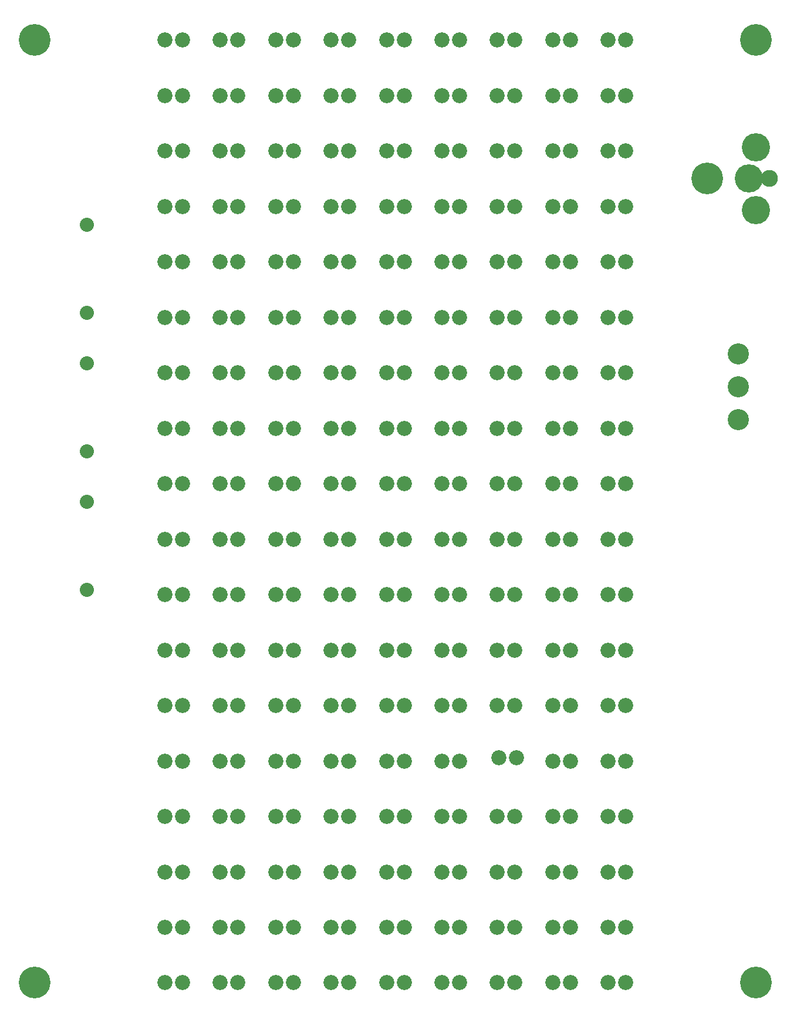
<source format=gts>
G04 (created by PCBNEW (2013-mar-13)-testing) date Mon 18 Nov 2013 04:04:29 PM PST*
%MOIN*%
G04 Gerber Fmt 3.4, Leading zero omitted, Abs format*
%FSLAX34Y34*%
G01*
G70*
G90*
G04 APERTURE LIST*
%ADD10C,0.005906*%
%ADD11C,0.080000*%
%ADD12C,0.180000*%
%ADD13C,0.120000*%
%ADD14C,0.086000*%
%ADD15C,0.096000*%
%ADD16C,0.160000*%
G04 APERTURE END LIST*
G54D10*
G54D11*
X28937Y-31240D03*
X28937Y-26240D03*
X28937Y-23366D03*
X28937Y-18366D03*
G54D12*
X25984Y-61417D03*
X66929Y-7874D03*
X66929Y-61417D03*
X25984Y-7874D03*
G54D13*
X65929Y-29429D03*
X65929Y-27559D03*
X65929Y-25689D03*
G54D14*
X33358Y-7874D03*
X34358Y-7874D03*
X42807Y-29921D03*
X43807Y-29921D03*
X45956Y-29921D03*
X46956Y-29921D03*
X49106Y-29921D03*
X50106Y-29921D03*
X52255Y-29921D03*
X53255Y-29921D03*
X55405Y-29921D03*
X56405Y-29921D03*
X58555Y-29921D03*
X59555Y-29921D03*
X36507Y-29921D03*
X37507Y-29921D03*
X39657Y-29921D03*
X40657Y-29921D03*
X39657Y-26771D03*
X40657Y-26771D03*
X42807Y-26771D03*
X43807Y-26771D03*
X45956Y-26771D03*
X46956Y-26771D03*
X49106Y-26771D03*
X50106Y-26771D03*
X52255Y-26771D03*
X53255Y-26771D03*
X55405Y-26771D03*
X56405Y-26771D03*
X58555Y-26771D03*
X59555Y-26771D03*
X36507Y-26771D03*
X37507Y-26771D03*
X39657Y-23622D03*
X40657Y-23622D03*
X42807Y-23622D03*
X43807Y-23622D03*
X45956Y-23622D03*
X46956Y-23622D03*
X49106Y-23622D03*
X50106Y-23622D03*
X52255Y-23622D03*
X53255Y-23622D03*
X55405Y-23622D03*
X56405Y-23622D03*
X58555Y-23622D03*
X59555Y-23622D03*
X36507Y-23622D03*
X37507Y-23622D03*
X36507Y-20472D03*
X37507Y-20472D03*
X39657Y-20472D03*
X40657Y-20472D03*
X45956Y-20472D03*
X46956Y-20472D03*
X42807Y-20472D03*
X43807Y-20472D03*
X49106Y-20472D03*
X50106Y-20472D03*
X52255Y-20472D03*
X53255Y-20472D03*
X55405Y-20472D03*
X56405Y-20472D03*
X58555Y-20472D03*
X59555Y-20472D03*
X33358Y-20472D03*
X34358Y-20472D03*
X33358Y-23622D03*
X34358Y-23622D03*
X33358Y-26771D03*
X34358Y-26771D03*
X33358Y-29921D03*
X34358Y-29921D03*
X58555Y-17322D03*
X59555Y-17322D03*
X36507Y-17322D03*
X37507Y-17322D03*
X39657Y-17322D03*
X40657Y-17322D03*
X42807Y-17322D03*
X43807Y-17322D03*
X45956Y-17322D03*
X46956Y-17322D03*
X49106Y-17322D03*
X50106Y-17322D03*
X52255Y-17322D03*
X53255Y-17322D03*
X55405Y-17322D03*
X56405Y-17322D03*
X33358Y-17322D03*
X34358Y-17322D03*
X55405Y-14173D03*
X56405Y-14173D03*
X58555Y-14173D03*
X59555Y-14173D03*
X36507Y-14173D03*
X37507Y-14173D03*
X39657Y-14173D03*
X40657Y-14173D03*
X42807Y-14173D03*
X43807Y-14173D03*
X45956Y-14173D03*
X46956Y-14173D03*
X49106Y-14173D03*
X50106Y-14173D03*
X52255Y-14173D03*
X53255Y-14173D03*
X58555Y-11023D03*
X59555Y-11023D03*
X55405Y-11023D03*
X56405Y-11023D03*
X52255Y-11023D03*
X53255Y-11023D03*
X49106Y-11023D03*
X50106Y-11023D03*
X45956Y-11023D03*
X46956Y-11023D03*
X42807Y-11023D03*
X43807Y-11023D03*
X39657Y-11023D03*
X40657Y-11023D03*
X36507Y-11023D03*
X37507Y-11023D03*
X33358Y-11023D03*
X34358Y-11023D03*
X58555Y-7874D03*
X59555Y-7874D03*
X55405Y-7874D03*
X56405Y-7874D03*
X52255Y-7874D03*
X53255Y-7874D03*
X49106Y-7874D03*
X50106Y-7874D03*
X45956Y-7874D03*
X46956Y-7874D03*
X42807Y-7874D03*
X43807Y-7874D03*
X39657Y-7874D03*
X40657Y-7874D03*
X36507Y-7874D03*
X37507Y-7874D03*
X33358Y-14173D03*
X34358Y-14173D03*
X33358Y-33070D03*
X34358Y-33070D03*
X36507Y-33070D03*
X37507Y-33070D03*
X39657Y-33070D03*
X40657Y-33070D03*
X42807Y-33070D03*
X43807Y-33070D03*
X45956Y-33070D03*
X46956Y-33070D03*
X49106Y-33070D03*
X50106Y-33070D03*
X52255Y-33070D03*
X53255Y-33070D03*
X55405Y-33070D03*
X56405Y-33070D03*
X58555Y-33070D03*
X59555Y-33070D03*
X33358Y-36220D03*
X34358Y-36220D03*
X36507Y-36220D03*
X37507Y-36220D03*
X39657Y-36220D03*
X40657Y-36220D03*
X42807Y-36220D03*
X43807Y-36220D03*
X45956Y-36220D03*
X46956Y-36220D03*
X49106Y-36220D03*
X50106Y-36220D03*
X52255Y-36220D03*
X53255Y-36220D03*
X55405Y-36220D03*
X56405Y-36220D03*
X58555Y-36220D03*
X59555Y-36220D03*
X33358Y-39370D03*
X34358Y-39370D03*
X36507Y-39370D03*
X37507Y-39370D03*
X39657Y-39370D03*
X40657Y-39370D03*
X42807Y-39370D03*
X43807Y-39370D03*
X45956Y-39370D03*
X46956Y-39370D03*
X49106Y-39370D03*
X50106Y-39370D03*
X52255Y-39370D03*
X53255Y-39370D03*
X55405Y-39370D03*
X56405Y-39370D03*
X58555Y-39370D03*
X59555Y-39370D03*
X33358Y-42519D03*
X34358Y-42519D03*
X36507Y-42519D03*
X37507Y-42519D03*
X39657Y-42519D03*
X40657Y-42519D03*
X42807Y-42519D03*
X43807Y-42519D03*
X45956Y-42519D03*
X46956Y-42519D03*
X49106Y-42519D03*
X50106Y-42519D03*
X52255Y-42519D03*
X53255Y-42519D03*
X55405Y-42519D03*
X56405Y-42519D03*
X58555Y-42519D03*
X59555Y-42519D03*
X33358Y-45669D03*
X34358Y-45669D03*
X36507Y-45669D03*
X37507Y-45669D03*
X39657Y-45669D03*
X40657Y-45669D03*
X42807Y-45669D03*
X43807Y-45669D03*
X45956Y-45669D03*
X46956Y-45669D03*
X49106Y-45669D03*
X50106Y-45669D03*
X52255Y-45669D03*
X53255Y-45669D03*
X55405Y-45669D03*
X56405Y-45669D03*
X58555Y-45669D03*
X59555Y-45669D03*
X33358Y-48818D03*
X34358Y-48818D03*
X36507Y-48818D03*
X37507Y-48818D03*
X39657Y-48818D03*
X40657Y-48818D03*
X42807Y-48818D03*
X43807Y-48818D03*
X45956Y-48818D03*
X46956Y-48818D03*
X49106Y-48818D03*
X50106Y-48818D03*
X52331Y-48646D03*
X53331Y-48646D03*
X55405Y-48818D03*
X56405Y-48818D03*
X58555Y-48818D03*
X59555Y-48818D03*
X33358Y-51968D03*
X34358Y-51968D03*
X36507Y-51968D03*
X37507Y-51968D03*
X39657Y-51968D03*
X40657Y-51968D03*
X42807Y-51968D03*
X43807Y-51968D03*
X45956Y-51968D03*
X46956Y-51968D03*
X49106Y-51968D03*
X50106Y-51968D03*
X52255Y-51968D03*
X53255Y-51968D03*
X55405Y-51968D03*
X56405Y-51968D03*
X58555Y-51968D03*
X59555Y-51968D03*
X33358Y-55118D03*
X34358Y-55118D03*
X36507Y-55118D03*
X37507Y-55118D03*
X39657Y-55118D03*
X40657Y-55118D03*
X42807Y-55118D03*
X43807Y-55118D03*
X45956Y-55118D03*
X46956Y-55118D03*
X49106Y-55118D03*
X50106Y-55118D03*
X52255Y-55118D03*
X53255Y-55118D03*
X55405Y-55118D03*
X56405Y-55118D03*
X58555Y-55118D03*
X59555Y-55118D03*
G54D11*
X28937Y-39114D03*
X28937Y-34114D03*
G54D14*
X33358Y-58267D03*
X34358Y-58267D03*
X36507Y-58267D03*
X37507Y-58267D03*
X39657Y-58267D03*
X40657Y-58267D03*
X42807Y-58267D03*
X43807Y-58267D03*
X45956Y-58267D03*
X46956Y-58267D03*
X49106Y-58267D03*
X50106Y-58267D03*
X52255Y-58267D03*
X53255Y-58267D03*
X55405Y-58267D03*
X56405Y-58267D03*
X58555Y-58267D03*
X59555Y-58267D03*
X33358Y-61417D03*
X34358Y-61417D03*
X36507Y-61417D03*
X37507Y-61417D03*
X39657Y-61417D03*
X40657Y-61417D03*
X42807Y-61417D03*
X43807Y-61417D03*
X45956Y-61417D03*
X46956Y-61417D03*
X49106Y-61417D03*
X50106Y-61417D03*
X52255Y-61417D03*
X53255Y-61417D03*
X55405Y-61417D03*
X56405Y-61417D03*
X58555Y-61417D03*
X59555Y-61417D03*
G54D15*
X67720Y-15748D03*
G54D16*
X66540Y-15748D03*
G54D12*
X64180Y-15748D03*
G54D16*
X66930Y-13978D03*
X66930Y-17518D03*
M02*

</source>
